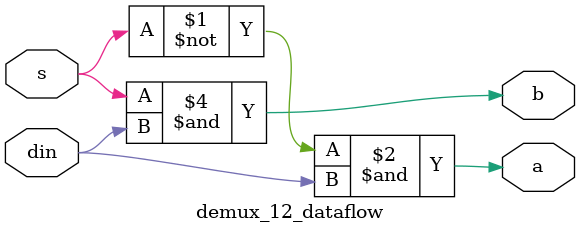
<source format=v>
module demux_12_dataflow (a, b, s, din);

output a, b;
input s, din;

wire out1, out2;

assign out1 = ~(~s & din);
assign out2 = ~(s & din);

assign a = ~(out1 & out1);
assign b = ~(out2 & out2);

endmodule
</source>
